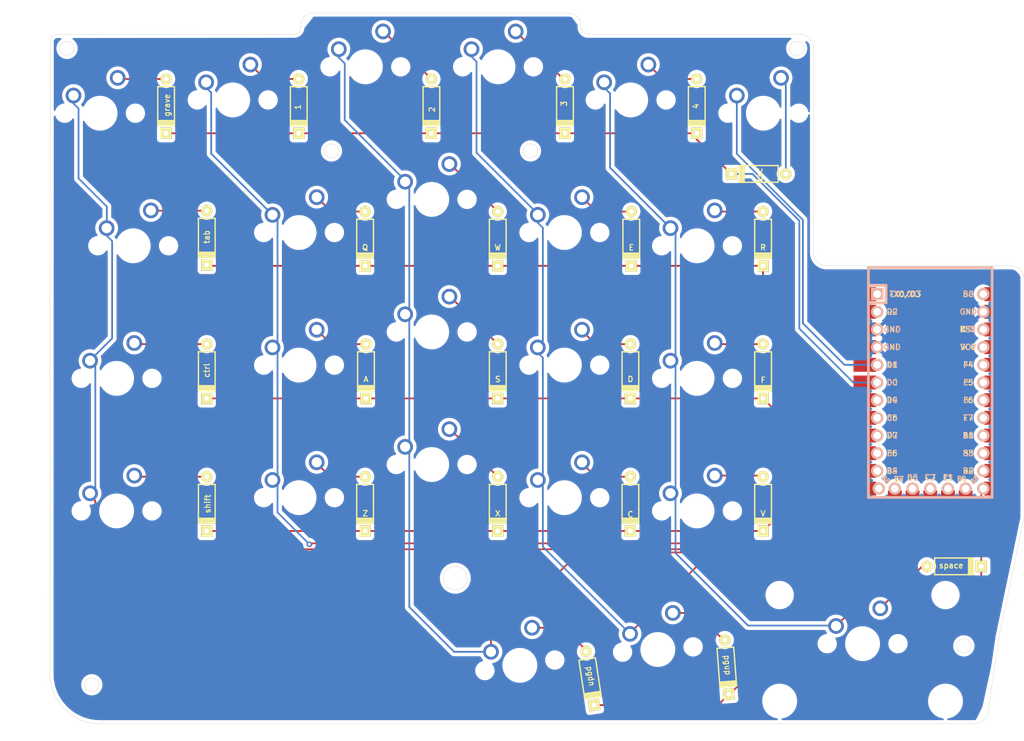
<source format=kicad_pcb>
(kicad_pcb (version 20211014) (generator pcbnew)
  (layers (0 "F.Cu" signal) (31 "B.Cu" signal) (34 "B.Paste" user) (35 "F.Paste" user) (36 "B.SilkS" user "B.Silkscreen") (37 "F.SilkS" user "F.Silkscreen") (38 "B.Mask" user) (39 "F.Mask" user) (44 "Edge.Cuts" user))
  (net 0 "")
  (net 1 "r1")
  (net 2 "Net-(D1-Pad2)")
  (net 3 "Net-(D2-Pad2)")
  (net 4 "Net-(D3-Pad2)")
  (net 5 "Net-(D4-Pad2)")
  (net 6 "Net-(D5-Pad2)")
  (net 7 "Net-(D6-Pad2)")
  (net 8 "Net-(D7-Pad2)")
  (net 9 "r2")
  (net 10 "Net-(D8-Pad2)")
  (net 11 "Net-(D9-Pad2)")
  (net 12 "Net-(D10-Pad2)")
  (net 13 "Net-(D11-Pad2)")
  (net 14 "Net-(D12-Pad2)")
  (net 15 "r3")
  (net 16 "Net-(D13-Pad2)")
  (net 17 "Net-(D14-Pad2)")
  (net 18 "Net-(D15-Pad2)")
  (net 19 "Net-(D16-Pad2)")
  (net 20 "r4")
  (net 21 "Net-(D17-Pad2)")
  (net 22 "Net-(D18-Pad2)")
  (net 23 "Net-(D19-Pad2)")
  (net 24 "Net-(D20-Pad2)")
  (net 25 "Net-(D21-Pad2)")
  (net 26 "Net-(D22-Pad2)")
  (net 27 "r5")
  (net 28 "Net-(D23-Pad2)")
  (net 29 "Net-(D24-Pad2)")
  (net 30 "c1")
  (net 31 "c2")
  (net 32 "c3")
  (net 33 "c4")
  (net 34 "c5")
  (net 35 "c6")
  (net 48 "GND")
  (footprint "footprints:D_axial" (layer "F.Cu") (at 120.320812 131.14485 98.6)
    (fp_text reference "D22" hide)
    (fp_text value "pgdn")
  )
  (footprint "footprints:D_axial" (layer "F.Cu") (at 139.954 129.54 94.3)
    (fp_text reference "D23" hide)
    (fp_text value "pgup")
  )
  (footprint "footprints:D_axial" (layer "F.Cu") (at 172.593 115.062 180)
    (fp_text reference "D24" hide)
    (fp_text value "space")
  )
  (footprint "footprints:MXOnly-1U-NoLED" (layer "F.Cu") (at 49.95 49.95)
    (fp_text reference "MX1" hide)
    (fp_text value "grave")
  )
  (footprint "footprints:MXOnly-1U-NoLED" (layer "F.Cu") (at 69 48.044)
    (fp_text reference "MX2" hide)
    (fp_text value "1")
  )
  (footprint "footprints:MXOnly-1U-NoLED" (layer "F.Cu") (at 88.05 43.284)
    (fp_text reference "MX3" hide)
    (fp_text value "2")
  )
  (footprint "footprints:MXOnly-1U-NoLED" (layer "F.Cu") (at 107.1 43.283)
    (fp_text reference "MX4" hide)
    (fp_text value "3")
  )
  (footprint "footprints:MXOnly-1U-NoLED" (layer "F.Cu") (at 126.15 48.044)
    (fp_text reference "MX5" hide)
    (fp_text value "4")
  )
  (footprint "footprints:MXOnly-1U-NoLED" (layer "F.Cu") (at 145.2 49.95)
    (fp_text reference "MX6" hide)
    (fp_text value "esc")
  )
  (footprint "footprints:MXOnly-1U-NoLED" (layer "F.Cu") (at 78.525 67.095)
    (fp_text reference "MX8" hide)
    (fp_text value "Q")
  )
  (footprint "footprints:MXOnly-1U-NoLED" (layer "F.Cu") (at 97.575 62.332)
    (fp_text reference "MX9" hide)
    (fp_text value "W")
  )
  (footprint "footprints:MXOnly-1U-NoLED" (layer "F.Cu") (at 116.625 67.095)
    (fp_text reference "MX10" hide)
    (fp_text value "E")
  )
  (footprint "footprints:MXOnly-1U-NoLED" (layer "F.Cu") (at 135.675 69.001)
    (fp_text reference "MX11" hide)
    (fp_text value "R")
  )
  (footprint "footprints:MXOnly-1U-NoLED" (layer "F.Cu") (at 78.525 86.144)
    (fp_text reference "MX13" hide)
    (fp_text value "A")
  )
  (footprint "footprints:MXOnly-1U-NoLED" (layer "F.Cu") (at 97.575 81.382)
    (fp_text reference "MX14" hide)
    (fp_text value "S")
  )
  (footprint "footprints:MXOnly-1U-NoLED" (layer "F.Cu") (at 116.625 86.144)
    (fp_text reference "MX15" hide)
    (fp_text value "D")
  )
  (footprint "footprints:MXOnly-1U-NoLED" (layer "F.Cu") (at 135.675 88.051)
    (fp_text reference "MX16" hide)
    (fp_text value "F")
  )
  (footprint "footprints:MXOnly-1U-NoLED" (layer "F.Cu") (at 78.525 105.194)
    (fp_text reference "MX18" hide)
    (fp_text value "Z")
  )
  (footprint "footprints:MXOnly-1U-NoLED" (layer "F.Cu") (at 97.575 100.431)
    (fp_text reference "MX19" hide)
    (fp_text value "X")
  )
  (footprint "footprints:MXOnly-1U-NoLED" (layer "F.Cu") (at 116.625 105.196)
    (fp_text reference "MX20" hide)
    (fp_text value "C")
  )
  (footprint "footprints:MXOnly-1U-NoLED" (layer "F.Cu") (at 135.675 107.1)
    (fp_text reference "MX21" hide)
    (fp_text value "V")
  )
  (footprint "footprints:MXOnly-1.5U-NoLED" (layer "F.Cu") (at 54.712 69)
    (fp_text reference "MX7" hide)
    (fp_text value "tab")
  )
  (footprint "footprints:MXOnly-1.75U-NoLED" (layer "F.Cu") (at 52.331 88.05)
    (fp_text reference "MX12" hide)
    (fp_text value "ctrl")
  )
  (footprint "footprints:MXOnly-1.75U-NoLED" (layer "F.Cu") (at 52.331 107.1)
    (fp_text reference "MX17" hide)
    (fp_text value "shift")
  )
  (footprint "footprints:Elite-C-castellated-29pin-holes" (layer "F.Cu") (at 169.164 89.916 -90)
    (fp_text reference "U1" hide)
    (fp_text value "Elite-C" hide)
  )
  (footprint "footprints:MXOnly-1U-NoLED" (layer "F.Cu") (at 110.236 129.286 8.6)
    (fp_text reference "MX22")
    (fp_text value "pgdn")
  )
  (footprint "footprints:MXOnly-1U-NoLED" (layer "F.Cu") (at 130.048 127.011 4.3)
    (fp_text reference "MX23")
    (fp_text value "pgup")
  )
  (footprint "footprints:MXOnly-2U-NoLED" (layer "F.Cu") (at 159.448 126.174)
    (fp_text reference "MX24")
    (fp_text value "space")
  )
  (footprint "footprints:D_axial" (layer "F.Cu") (at 144.526 58.674)
    (fp_text reference "D6" hide)
    (fp_text value "esc")
  )
  (footprint "footprints:D_axial" (layer "F.Cu") (at 126.111 106.082 90)
    (fp_text reference "D20" hide)
    (fp_text value "C")
  )
  (footprint "footprints:D_axial" (layer "F.Cu") (at 97.536 48.932 90)
    (fp_text reference "D3" hide)
    (fp_text value "2")
  )
  (footprint "footprints:D_axial" (layer "F.Cu") (at 88.138 87.032 90)
    (fp_text reference "D13" hide)
    (fp_text value "A")
  )
  (footprint "footprints:D_axial" (layer "F.Cu") (at 107.061 87.032 90)
    (fp_text reference "D14" hide)
    (fp_text value "S")
  )
  (footprint "footprints:D_axial" (layer "F.Cu") (at 126.111 87.032 90)
    (fp_text reference "D15" hide)
    (fp_text value "D")
  )
  (footprint "footprints:D_axial" (layer "F.Cu") (at 145.161 106.082 90)
    (fp_text reference "D21" hide)
    (fp_text value "V")
  )
  (footprint "footprints:D_axial" (layer "F.Cu") (at 59.436 48.932 90)
    (fp_text reference "D1" hide)
    (fp_text value "grave")
  )
  (footprint "footprints:D_axial" (layer "F.Cu") (at 145.161 87.032 90)
    (fp_text reference "D16" hide)
    (fp_text value "F")
  )
  (footprint "footprints:D_axial" (layer "F.Cu") (at 65.278 106.082 90)
    (fp_text reference "D17" hide)
    (fp_text value "shift")
  )
  (footprint "footprints:D_axial" (layer "F.Cu") (at 126.238 67.982 90)
    (fp_text reference "D10" hide)
    (fp_text value "E")
  )
  (footprint "footprints:D_axial" (layer "F.Cu") (at 107.061 67.982 90)
    (fp_text reference "D9" hide)
    (fp_text value "W")
  )
  (footprint "footprints:D_axial" (layer "F.Cu") (at 65.278 67.855 90)
    (fp_text reference "D7" hide)
    (fp_text value "tab")
  )
  (footprint "footprints:D_axial" (layer "F.Cu") (at 135.636 48.932 90)
    (fp_text reference "D5" hide)
    (fp_text value "4")
  )
  (footprint "footprints:D_axial" (layer "F.Cu") (at 88.011 106.082 90)
    (fp_text reference "D18" hide)
    (fp_text value "Z")
  )
  (footprint "footprints:D_axial" (layer "F.Cu") (at 145.161 67.982 90)
    (fp_text reference "D11" hide)
    (fp_text value "R")
  )
  (footprint "footprints:D_axial" (layer "F.Cu") (at 107.061 106.082 90)
    (fp_text reference "D19" hide)
    (fp_text value "X")
  )
  (footprint "footprints:D_axial" (layer "F.Cu") (at 65.278 87.032 90)
    (fp_text reference "D12" hide)
    (fp_text value "ctrl")
  )
  (footprint "footprints:D_axial" (layer "F.Cu") (at 78.486 48.932 90)
    (fp_text reference "D2" hide)
    (fp_text value "1")
  )
  (footprint "footprints:D_axial" (layer "F.Cu") (at 116.713 48.932 90)
    (fp_text reference "D4" hide)
    (fp_text value "3")
  )
  (footprint "footprints:D_axial" (layer "F.Cu") (at 88.011 67.982 90)
    (fp_text reference "D8" hide)
    (fp_text value "Q")
  )
  (gr_arc (start 42.799 39.65575) (mid 43.09658 38.93733) (end 43.815 38.63975) (layer "Edge.Cuts") (width 0.05))
  (gr_arc (start 117.25275 35.56) (mid 118.509986 36.080764) (end 119.03075 37.338) (layer "Edge.Cuts") (width 0.05))
  (gr_arc (start 49.911 137.668) (mid 44.859606 135.575644) (end 42.76725 130.52425) (layer "Edge.Cuts") (width 0.05))
  (gr_arc (start 150.495 38.608) (mid 151.842038 39.165962) (end 152.4 40.513) (layer "Edge.Cuts") (width 0.05))
  (gr_line (start 182.626 108.077) (end 179.07 125.095) (layer "Edge.Cuts") (width 0.05))
  (gr_line (start 150.495 38.608) (end 120.04675 38.608) (layer "Edge.Cuts") (width 0.05))
  (gr_arc (start 120.04675 38.608) (mid 119.32833 38.31042) (end 119.03075 37.592) (layer "Edge.Cuts") (width 0.05))
  (gr_circle (center 48.768 132.08) (end 48.768 133.096) (layer "Edge.Cuts") (width 0.05) (fill none))
  (gr_circle (center 173.99 126.492) (end 173.99 127.508) (layer "Edge.Cuts") (width 0.05) (fill none))
  (gr_circle (center 83.185 55.372) (end 83.185 56.388) (layer "Edge.Cuts") (width 0.05) (fill none))
  (gr_line (start 182.626 73.787) (end 182.626 108.077) (layer "Edge.Cuts") (width 0.05))
  (gr_line (start 152.4 40.513) (end 152.4 69.977) (layer "Edge.Cuts") (width 0.05))
  (gr_arc (start 154.305 71.882) (mid 152.957962 71.324038) (end 152.4 69.977) (layer "Edge.Cuts") (width 0.05))
  (gr_arc (start 180.721 71.882) (mid 182.068038 72.439962) (end 182.626 73.787) (layer "Edge.Cuts") (width 0.05))
  (gr_line (start 180.721 71.882) (end 154.305 71.882) (layer "Edge.Cuts") (width 0.05))
  (gr_line (start 49.911 137.668) (end 175.514 137.668) (layer "Edge.Cuts") (width 0.05))
  (gr_circle (center 111.76 55.372) (end 111.76 56.388) (layer "Edge.Cuts") (width 0.05) (fill none))
  (gr_line (start 177.47087 135.897845) (end 179.07 125.095) (layer "Edge.Cuts") (width 0.05))
  (gr_arc (start 78.8035 37.592) (mid 78.50592 38.31042) (end 77.7875 38.608) (layer "Edge.Cuts") (width 0.05))
  (gr_circle (center 100.965 116.77061) (end 102.235 117.91361) (layer "Edge.Cuts") (width 0.05) (fill none))
  (gr_line (start 80.5815 35.56) (end 117.25275 35.56) (layer "Edge.Cuts") (width 0.05))
  (gr_line (start 42.76725 130.52425) (end 42.799 39.65575) (layer "Edge.Cuts") (width 0.05))
  (gr_line (start 77.7875 38.608) (end 43.815 38.63975) (layer "Edge.Cuts") (width 0.05))
  (gr_line (start 78.8035 37.592) (end 78.8035 37.338) (layer "Edge.Cuts") (width 0.05))
  (gr_circle (center 149.987 40.64) (end 149.987 41.656) (layer "Edge.Cuts") (width 0.05) (fill none))
  (gr_arc (start 78.8035 37.338) (mid 79.324264 36.080764) (end 80.5815 35.56) (layer "Edge.Cuts") (width 0.05))
  (gr_line (start 119.03075 37.338) (end 119.03075 37.592) (layer "Edge.Cuts") (width 0.05))
  (gr_arc (start 177.47087 135.897845) (mid 176.808189 137.131982) (end 175.514 137.668) (layer "Edge.Cuts") (width 0.05))
  (gr_circle (center 45.212 40.64) (end 45.212 41.656) (layer "Edge.Cuts") (width 0.05) (fill none))
  (segment (start 135.636 53.721) (end 140.589 58.674) (width 0.25) (layer "F.Cu") (net 1))
  (segment (start 116.967 52.832) (end 116.713 52.578) (width 0.25) (layer "F.Cu") (net 1))
  (segment (start 78.613 52.832) (end 78.486 52.705) (width 0.25) (layer "F.Cu") (net 1))
  (segment (start 116.713 52.832) (end 135.636 52.832) (width 0.25) (layer "F.Cu") (net 1))
  (segment (start 140.626 58.674) (end 140.589 58.674) (width 0.25) (layer "F.Cu") (net 1))
  (segment (start 59.436 52.832) (end 78.486 52.832) (width 0.25) (layer "F.Cu") (net 1))
  (segment (start 135.636 52.832) (end 135.636 53.721) (width 0.25) (layer "F.Cu") (net 1))
  (segment (start 116.713 52.832) (end 78.613 52.832) (width 0.25) (layer "F.Cu") (net 1))
  (segment (start 158.115 88.646) (end 150.368 80.899) (width 0.25) (layer "B.Cu") (net 1))
  (segment (start 143.63559 58.674) (end 150.368 65.40641) (width 0.25) (layer "B.Cu") (net 1))
  (segment (start 150.368 65.40641) (end 150.368 80.899) (width 0.25) (layer "B.Cu") (net 1))
  (segment (start 140.626 58.674) (end 143.63559 58.674) (width 0.25) (layer "B.Cu") (net 1))
  (segment (start 161.544 88.646) (end 158.115 88.646) (width 0.25) (layer "B.Cu") (net 1))
  (segment (start 59.436 45.032) (end 52.652 45.032) (width 0.25) (layer "F.Cu") (net 2))
  (segment (start 52.652 45.032) (end 52.49 44.87) (width 0.25) (layer "F.Cu") (net 2))
  (segment (start 73.608 45.032) (end 78.486 45.032) (width 0.25) (layer "F.Cu") (net 3))
  (segment (start 71.54 42.964) (end 73.608 45.032) (width 0.25) (layer "F.Cu") (net 3))
  (segment (start 97.536 45.032) (end 90.708 38.204) (width 0.25) (layer "F.Cu") (net 4))
  (segment (start 116.469 45.032) (end 116.713 45.032) (width 0.25) (layer "F.Cu") (net 5))
  (segment (start 109.64 38.203) (end 116.469 45.032) (width 0.25) (layer "F.Cu") (net 5))
  (segment (start 135.636 45.032) (end 130.758 45.032) (width 0.25) (layer "F.Cu") (net 6))
  (segment (start 130.758 45.032) (end 128.69 42.964) (width 0.25) (layer "F.Cu") (net 6))
  (segment (start 148.426 58.674) (end 148.426 45.556) (width 0.25) (layer "B.Cu") (net 7))
  (segment (start 148.426 45.556) (end 147.701 44.831) (width 0.25) (layer "B.Cu") (net 7))
  (segment (start 57.351 63.955) (end 57.277 63.881) (width 0.25) (layer "F.Cu") (net 8))
  (segment (start 65.278 63.955) (end 57.351 63.955) (width 0.25) (layer "F.Cu") (net 8))
  (segment (start 107.061 71.882) (end 88.011 71.882) (width 0.25) (layer "F.Cu") (net 9))
  (segment (start 145.161 77.251002) (end 145.161 71.882) (width 0.25) (layer "F.Cu") (net 9))
  (segment (start 88.011 71.882) (end 65.405 71.882) (width 0.25) (layer "F.Cu") (net 9))
  (segment (start 65.405 71.882) (end 65.278 71.755) (width 0.25) (layer "F.Cu") (net 9))
  (segment (start 145.161 71.882) (end 126.238 71.882) (width 0.25) (layer "F.Cu") (net 9))
  (segment (start 161.544 91.186) (end 159.095998 91.186) (width 0.25) (layer "F.Cu") (net 9))
  (segment (start 159.095998 91.186) (end 145.161 77.251002) (width 0.25) (layer "F.Cu") (net 9))
  (segment (start 126.238 71.882) (end 107.061 71.882) (width 0.25) (layer "F.Cu") (net 9))
  (segment (start 83.132 64.082) (end 81.153 62.103) (width 0.25) (layer "F.Cu") (net 10))
  (segment (start 88.011 64.082) (end 83.132 64.082) (width 0.25) (layer "F.Cu") (net 10))
  (segment (start 107.061 64.082) (end 100.256 57.277) (width 0.25) (layer "F.Cu") (net 11))
  (segment (start 126.238 64.082) (end 121.232 64.082) (width 0.25) (layer "F.Cu") (net 12))
  (segment (start 121.232 64.082) (end 119.253 62.103) (width 0.25) (layer "F.Cu") (net 12))
  (segment (start 145.161 64.082) (end 138.504 64.082) (width 0.25) (layer "F.Cu") (net 13))
  (segment (start 138.504 64.082) (end 138.43 64.008) (width 0.25) (layer "F.Cu") (net 13))
  (segment (start 54.61 83.058) (end 54.737 83.185) (width 0.25) (layer "F.Cu") (net 14))
  (segment (start 54.684 83.132) (end 54.61 83.058) (width 0.25) (layer "F.Cu") (net 14))
  (segment (start 65.278 83.132) (end 54.684 83.132) (width 0.25) (layer "F.Cu") (net 14))
  (segment (start 161.544 93.726) (end 147.955 93.726) (width 0.25) (layer "F.Cu") (net 15))
  (segment (start 145.161 90.932) (end 65.278 90.932) (width 0.25) (layer "F.Cu") (net 15))
  (segment (start 147.955 93.726) (end 145.161 90.932) (width 0.25) (layer "F.Cu") (net 15))
  (segment (start 83.132 83.132) (end 81.026 81.026) (width 0.25) (layer "F.Cu") (net 16))
  (segment (start 88.138 83.132) (end 83.132 83.132) (width 0.25) (layer "F.Cu") (net 16))
  (segment (start 107.061 83.132) (end 100.129 76.2) (width 0.25) (layer "F.Cu") (net 17))
  (segment (start 121.105 83.132) (end 119.126 81.153) (width 0.25) (layer "F.Cu") (net 18))
  (segment (start 126.111 83.132) (end 121.105 83.132) (width 0.25) (layer "F.Cu") (net 18))
  (segment (start 145.161 83.132) (end 138.377 83.132) (width 0.25) (layer "F.Cu") (net 19))
  (segment (start 138.377 83.132) (end 138.176 82.931) (width 0.25) (layer "F.Cu") (net 19))
  (segment (start 65.278 109.982) (end 145.161 109.982) (width 0.25) (layer "F.Cu") (net 20))
  (segment (start 159.004 96.139) (end 161.544 96.139) (width 0.25) (layer "F.Cu") (net 20))
  (segment (start 145.161 109.982) (end 159.004 96.139) (width 0.25) (layer "F.Cu") (net 20))
  (segment (start 65.278 102.182) (end 54.684 102.182) (width 0.25) (layer "F.Cu") (net 21))
  (segment (start 83.005 102.182) (end 81.026 100.203) (width 0.25) (layer "F.Cu") (net 22))
  (segment (start 88.011 102.182) (end 83.005 102.182) (width 0.25) (layer "F.Cu") (net 22))
  (segment (start 100.256 95.377) (end 100.076 95.377) (width 0.25) (layer "F.Cu") (net 23))
  (segment (start 107.061 102.182) (end 100.256 95.377) (width 0.25) (layer "F.Cu") (net 23))
  (segment (start 121.105 102.182) (end 119.126 100.203) (width 0.25) (layer "F.Cu") (net 24))
  (segment (start 126.111 102.182) (end 121.105 102.182) (width 0.25) (layer "F.Cu") (net 24))
  (segment (start 145.073 102.02) (end 145.161 102.108) (width 0.25) (layer "F.Cu") (net 25))
  (segment (start 138.215 102.02) (end 145.073 102.02) (width 0.25) (layer "F.Cu") (net 25))
  (segment (start 119.761 127.127) (end 119.888 127.254) (width 0.25) (layer "F.Cu") (net 26))
  (segment (start 116.517298 123.883298) (end 119.761 127.127) (width 0.25) (layer "F.Cu") (net 26))
  (segment (start 111.987802 123.883298) (end 116.517298 123.883298) (width 0.25) (layer "F.Cu") (net 26))
  (segment (start 143.002 130.81) (end 163.83 130.81) (width 0.25) (layer "F.Cu") (net 27))
  (segment (start 140.382978 133.429022) (end 143.002 130.81) (width 0.25) (layer "F.Cu") (net 27))
  (segment (start 176.493 104.05) (end 176.784 103.759) (width 0.25) (layer "F.Cu") (net 27))
  (segment (start 176.493 115.062) (end 176.493 104.05) (width 0.25) (layer "F.Cu") (net 27))
  (segment (start 176.493 115.062) (end 176.493 118.147) (width 0.25) (layer "F.Cu") (net 27))
  (segment (start 120.904 135.001) (end 138.684 135.001) (width 0.25) (layer "F.Cu") (net 27))
  (segment (start 138.684 135.001) (end 140.208 133.477) (width 0.25) (layer "F.Cu") (net 27))
  (segment (start 140.246417 133.429022) (end 140.382978 133.429022) (width 0.25) (layer "F.Cu") (net 27))
  (segment (start 176.493 118.147) (end 163.83 130.81) (width 0.25) (layer "F.Cu") (net 27))
  (segment (start 135.597854 121.754854) (end 139.573 125.73) (width 0.25) (layer "F.Cu") (net 28))
  (segment (start 132.199958 121.754854) (end 135.597854 121.754854) (width 0.25) (layer "F.Cu") (net 28))
  (segment (start 168.02 115.062) (end 168.656 115.062) (width 0.25) (layer "F.Cu") (net 29))
  (segment (start 161.988 121.094) (end 168.02 115.062) (width 0.25) (layer "F.Cu") (net 29))
  (segment (start 49.276 110.998) (end 50.890001 112.612001) (width 0.25) (layer "F.Cu") (net 30))
  (segment (start 152.436999 112.612001) (end 82.840999 112.612001) (width 0.25) (layer "F.Cu") (net 30))
  (segment (start 50.890001 112.612001) (end 82.840999 112.612001) (width 0.25) (layer "F.Cu") (net 30))
  (segment (start 166.624 103.886) (end 166.624 106.461002) (width 0.25) (layer "F.Cu") (net 30))
  (segment (start 49.276 105.664) (end 49.276 110.998) (width 0.25) (layer "F.Cu") (net 30))
  (segment (start 166.624 106.461002) (end 160.473001 112.612001) (width 0.25) (layer "F.Cu") (net 30))
  (segment (start 48.521 104.56) (end 48.521 104.909) (width 0.25) (layer "F.Cu") (net 30))
  (segment (start 160.473001 112.612001) (end 152.436999 112.612001) (width 0.25) (layer "F.Cu") (net 30))
  (segment (start 48.521 104.909) (end 49.276 105.664) (width 0.25) (layer "F.Cu") (net 30))
  (segment (start 51.689 82.296) (end 48.514 85.471) (width 0.25) (layer "B.Cu") (net 30))
  (segment (start 50.902 66.46) (end 50.902 67.539) (width 0.25) (layer "B.Cu") (net 30))
  (segment (start 46.863 49.276) (end 46.863 59.309) (width 0.25) (layer "B.Cu") (net 30))
  (segment (start 50.927 63.373) (end 50.927 66.548) (width 0.25) (layer "B.Cu") (net 30))
  (segment (start 50.902 67.539) (end 51.689 68.326) (width 0.25) (layer "B.Cu") (net 30))
  (segment (start 46.863 59.309) (end 50.927 63.373) (width 0.25) (layer "B.Cu") (net 30))
  (segment (start 51.689 68.326) (end 51.689 82.296) (width 0.25) (layer "B.Cu") (net 30))
  (segment (start 46.14 48.553) (end 46.863 49.276) (width 0.25) (layer "B.Cu") (net 30))
  (segment (start 49.276 86.233) (end 49.276 103.759) (width 0.25) (layer "B.Cu") (net 30))
  (segment (start 49.276 103.759) (end 48.514 104.521) (width 0.25) (layer "B.Cu") (net 30))
  (segment (start 46.14 47.41) (end 46.14 48.553) (width 0.25) (layer "B.Cu") (net 30))
  (segment (start 48.514 85.471) (end 49.276 86.233) (width 0.25) (layer "B.Cu") (net 30))
  (segment (start 80.137 111.76) (end 80.01 111.887) (width 0.25) (layer "F.Cu") (net 31))
  (segment (start 164.084 103.886) (end 156.21 111.76) (width 0.25) (layer "F.Cu") (net 31))
  (segment (start 156.21 111.76) (end 147.955 111.76) (width 0.25) (layer "F.Cu") (net 31))
  (segment (start 147.955 111.76) (end 80.137 111.76) (width 0.25) (layer "F.Cu") (net 31))
  (via (at 80.01 111.887) (size 0.8) (drill 0.4) (layers "F.Cu" "B.Cu") (net 31))
  (segment (start 65.19 46.267) (end 65.913 46.99) (width 0.25) (layer "B.Cu") (net 31))
  (segment (start 74.676 64.516) (end 75.438 65.278) (width 0.25) (layer "B.Cu") (net 31))
  (segment (start 75.438 84.328) (end 75.438 101.981) (width 0.25) (layer "B.Cu") (net 31))
  (segment (start 80.01 111.887) (end 75.438 107.315) (width 0.25) (layer "B.Cu") (net 31))
  (segment (start 75.438 107.315) (end 75.438 103.378) (width 0.25) (layer "B.Cu") (net 31))
  (segment (start 74.676 83.566) (end 75.438 84.328) (width 0.25) (layer "B.Cu") (net 31))
  (segment (start 65.913 46.99) (end 65.913 55.753) (width 0.25) (layer "B.Cu") (net 31))
  (segment (start 65.913 55.753) (end 74.676 64.516) (width 0.25) (layer "B.Cu") (net 31))
  (segment (start 75.438 65.278) (end 75.438 82.804) (width 0.25) (layer "B.Cu") (net 31))
  (segment (start 75.438 103.378) (end 74.803 102.743) (width 0.25) (layer "B.Cu") (net 31))
  (segment (start 65.19 45.504) (end 65.19 46.267) (width 0.25) (layer "B.Cu") (net 31))
  (segment (start 75.438 82.804) (end 74.676 83.566) (width 0.25) (layer "B.Cu") (net 31))
  (segment (start 75.438 101.981) (end 74.803 102.616) (width 0.25) (layer "B.Cu") (net 31))
  (segment (start 106.089018 125.685982) (end 118.712989 113.062011) (width 0.25) (layer "F.Cu") (net 32))
  (segment (start 106.089018 127.344288) (end 106.089018 125.685982) (width 0.25) (layer "F.Cu") (net 32))
  (segment (start 169.164 103.886) (end 169.164 106.461002) (width 0.25) (layer "F.Cu") (net 32))
  (segment (start 123.317 113.062011) (end 159.417011 113.062011) (width 0.25) (layer "F.Cu") (net 32))
  (segment (start 169.164 106.461002) (end 162.562991 113.062011) (width 0.25) (layer "F.Cu") (net 32))
  (segment (start 162.562991 113.062011) (end 159.417011 113.062011) (width 0.25) (layer "F.Cu") (net 32))
  (segment (start 118.712989 113.062011) (end 123.317 113.062011) (width 0.25) (layer "F.Cu") (net 32))
  (segment (start 94.361 97.409) (end 93.853 97.917) (width 0.25) (layer "B.Cu") (net 32))
  (segment (start 84.24 40.744) (end 84.24 41.949) (width 0.25) (layer "B.Cu") (net 32))
  (segment (start 84.24 41.949) (end 85.09 42.799) (width 0.25) (layer "B.Cu") (net 32))
  (segment (start 94.361 78.232) (end 93.726 78.867) (width 0.25) (layer "B.Cu") (net 32))
  (segment (start 100.801288 127.344288) (end 94.361 120.904) (width 0.25) (layer "B.Cu") (net 32))
  (segment (start 85.09 50.927) (end 93.853 59.69) (width 0.25) (layer "B.Cu") (net 32))
  (segment (start 106.089018 127.344288) (end 100.801288 127.344288) (width 0.25) (layer "B.Cu") (net 32))
  (segment (start 85.09 42.799) (end 85.09 50.927) (width 0.25) (layer "B.Cu") (net 32))
  (segment (start 93.853 97.917) (end 94.361 98.425) (width 0.25) (layer "B.Cu") (net 32))
  (segment (start 94.361 79.502) (end 94.361 97.409) (width 0.25) (layer "B.Cu") (net 32))
  (segment (start 93.726 78.867) (end 94.361 79.502) (width 0.25) (layer "B.Cu") (net 32))
  (segment (start 93.853 59.69) (end 94.361 60.198) (width 0.25) (layer "B.Cu") (net 32))
  (segment (start 94.361 120.904) (end 94.361 108.839) (width 0.25) (layer "B.Cu") (net 32))
  (segment (start 94.361 98.425) (end 94.361 108.839) (width 0.25) (layer "B.Cu") (net 32))
  (segment (start 94.361 60.198) (end 94.361 78.232) (width 0.25) (layer "B.Cu") (net 32))
  (segment (start 165.857979 113.512021) (end 162.280021 113.512021) (width 0.25) (layer "F.Cu") (net 33))
  (segment (start 137.185979 113.512021) (end 125.857 124.841) (width 0.25) (layer "F.Cu") (net 33))
  (segment (start 171.704 105.791) (end 171.704 107.666) (width 0.25) (layer "F.Cu") (net 33))
  (segment (start 162.280021 113.512021) (end 137.185979 113.512021) (width 0.25) (layer "F.Cu") (net 33))
  (segment (start 171.704 107.666) (end 165.857979 113.512021) (width 0.25) (layer "F.Cu") (net 33))
  (segment (start 104.013 42.545) (end 104.013 55.626) (width 0.25) (layer "B.Cu") (net 33))
  (segment (start 103.29 40.743) (end 103.29 41.822) (width 0.25) (layer "B.Cu") (net 33))
  (segment (start 104.013 55.626) (end 112.903 64.516) (width 0.25) (layer "B.Cu") (net 33))
  (segment (start 113.538 83.058) (end 112.903 83.693) (width 0.25) (layer "B.Cu") (net 33))
  (segment (start 112.815 83.604) (end 112.815 84.367) (width 0.25) (layer "B.Cu") (net 33))
  (segment (start 113.538 101.981) (end 112.776 102.743) (width 0.25) (layer "B.Cu") (net 33))
  (segment (start 126.058279 124.763819) (end 113.538 112.24354) (width 0.25) (layer "B.Cu") (net 33))
  (segment (start 113.538 66.421) (end 113.538 83.058) (width 0.25) (layer "B.Cu") (net 33))
  (segment (start 113.538 85.09) (end 113.538 101.981) (width 0.25) (layer "B.Cu") (net 33))
  (segment (start 112.815 65.698) (end 113.538 66.421) (width 0.25) (layer "B.Cu") (net 33))
  (segment (start 113.538 103.378) (end 112.903 102.743) (width 0.25) (layer "B.Cu") (net 33))
  (segment (start 103.29 41.822) (end 104.013 42.545) (width 0.25) (layer "B.Cu") (net 33))
  (segment (start 113.538 112.24354) (end 113.538 103.378) (width 0.25) (layer "B.Cu") (net 33))
  (segment (start 112.815 84.367) (end 113.538 85.09) (width 0.25) (layer "B.Cu") (net 33))
  (segment (start 112.815 64.555) (end 112.815 65.698) (width 0.25) (layer "B.Cu") (net 33))
  (segment (start 174.244 106.461002) (end 164.863501 115.841501) (width 0.25) (layer "F.Cu") (net 34))
  (segment (start 174.244 103.886) (end 174.244 106.461002) (width 0.25) (layer "F.Cu") (net 34))
  (segment (start 155.638 123.634) (end 163.430499 115.841501) (width 0.25) (layer "F.Cu") (net 34))
  (segment (start 163.430499 115.841501) (end 164.863501 115.841501) (width 0.25) (layer "F.Cu") (net 34))
  (segment (start 123.19 57.785) (end 131.826 66.421) (width 0.25) (layer "B.Cu") (net 34))
  (segment (start 131.953 104.521) (end 132.588 105.156) (width 0.25) (layer "B.Cu") (net 34))
  (segment (start 131.953 85.598) (end 132.588 86.233) (width 0.25) (layer "B.Cu") (net 34))
  (segment (start 132.588 103.886) (end 131.953 104.521) (width 0.25) (layer "B.Cu") (net 34))
  (segment (start 143.002 123.571) (end 155.702 123.571) (width 0.25) (layer "B.Cu") (net 34))
  (segment (start 132.588 113.157) (end 143.002 123.571) (width 0.25) (layer "B.Cu") (net 34))
  (segment (start 131.826 66.421) (end 132.588 67.183) (width 0.25) (layer "B.Cu") (net 34))
  (segment (start 132.588 84.963) (end 131.953 85.598) (width 0.25) (layer "B.Cu") (net 34))
  (segment (start 122.34 45.504) (end 122.34 46.267) (width 0.25) (layer "B.Cu") (net 34))
  (segment (start 132.588 67.183) (end 132.588 84.963) (width 0.25) (layer "B.Cu") (net 34))
  (segment (start 132.588 105.156) (end 132.588 113.157) (width 0.25) (layer "B.Cu") (net 34))
  (segment (start 122.34 46.267) (end 123.19 47.117) (width 0.25) (layer "B.Cu") (net 34))
  (segment (start 123.19 47.117) (end 123.19 57.785) (width 0.25) (layer "B.Cu") (net 34))
  (segment (start 132.588 86.233) (end 132.588 103.886) (width 0.25) (layer "B.Cu") (net 34))
  (segment (start 156.845 86.106) (end 150.876 80.137) (width 0.25) (layer "B.Cu") (net 35))
  (segment (start 161.544 86.106) (end 156.845 86.106) (width 0.25) (layer "B.Cu") (net 35))
  (segment (start 150.876 65.278) (end 150.876 80.137) (width 0.25) (layer "B.Cu") (net 35))
  (segment (start 141.39 55.792) (end 150.876 65.278) (width 0.25) (layer "B.Cu") (net 35))
  (segment (start 141.39 47.41) (end 141.39 55.792) (width 0.25) (layer "B.Cu") (net 35))
  (zone (net 48) (net_name "GND") (layer "B.Cu") (connect_pads (clearance 0.508)) (min_thickness 0.254) (fill yes (thermal_gap 0.508) (thermal_bridge_width 0.508))
    (polygon (pts (xy 117.348 35.687) (xy 119.634 38.735) (xy 150.495 38.735) (xy 152.4 40.513) (xy 152.4 70.485) (xy 153.035 72.009) (xy 180.848 72.009) (xy 182.499 73.66) (xy 182.499 108.204) (xy 176.657 135.255) (xy 175.514 137.541) (xy 162.941 137.541) (xy 128.27 137.541) (xy 94.996 137.414) (xy 49.022 137.541) (xy 45.212 135.763) (xy 43.688 133.731) (xy 42.926 130.429) (xy 42.926 39.624) (xy 43.942 38.735) (xy 78.486 38.735) (xy 81.026 35.56)))
  )
)
</source>
